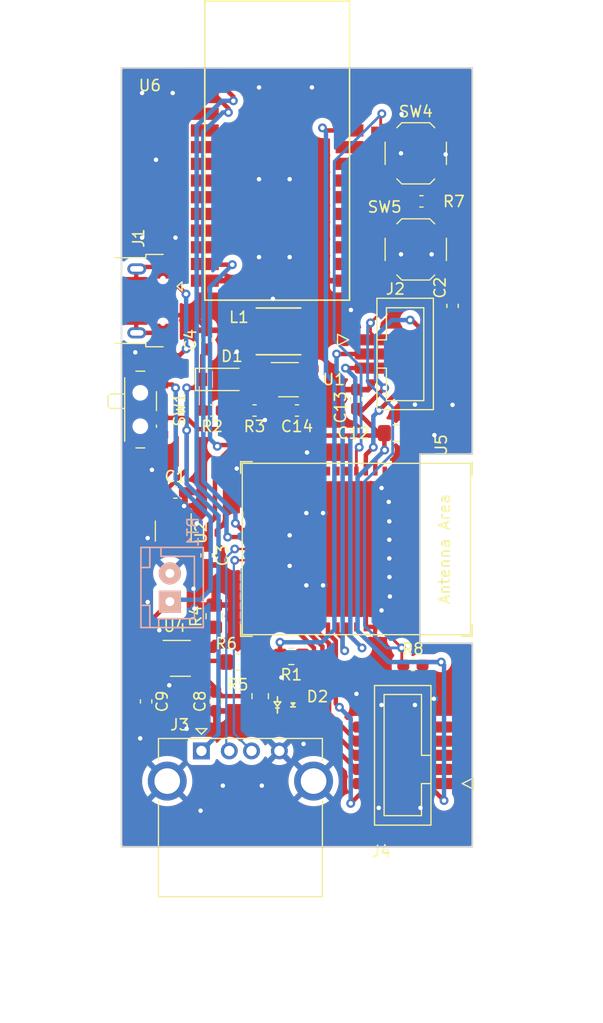
<source format=kicad_pcb>
(kicad_pcb (version 20221018) (generator pcbnew)
  (layers (0 "F.Cu" signal) (31 "B.Cu" signal) (34 "B.Paste" user) (35 "F.Paste" user) (36 "B.SilkS" user "B.Silkscreen") (37 "F.SilkS" user "F.Silkscreen") (38 "B.Mask" user) (39 "F.Mask" user) (44 "Edge.Cuts" user))
  (net 0 "")
  (net 1 "BatteryPower")
  (net 2 "GND")
  (net 3 "SelectedPower")
  (net 4 "VBUSOut")
  (net 5 "ENABLE")
  (net 6 "3_3V")
  (net 7 "Net-(D1-A)")
  (net 8 "Net-(D2-A1)")
  (net 9 "Net-(D2-K2)")
  (net 11 "VBUS")
  (net 14 "/MCU/U0TXD")
  (net 15 "/MCU/U0RXD")
  (net 16 "BOOT")
  (net 17 "/MCU/USB_D-")
  (net 18 "/MCU/USB_D+")
  (net 19 "/MCU/TMS")
  (net 20 "/MCU/TCK")
  (net 21 "/MCU/TDO")
  (net 22 "/MCU/TDI")
  (net 23 "unconnected-(J1-Shield-Pad6)")
  (net 25 "Net-(U1-FB)")
  (net 26 "Net-(R7-Pad2)")
  (net 27 "Net-(U4-PROG)")
  (net 28 "Net-(U5-GPIO1{slash}TOUCH1{slash}ADC1_CH0)")
  (net 45 "/MCU/U1TXD")
  (net 46 "/MCU/U1RXD")
  (net 51 "LED")
  (net 53 "Net-(R5-Pad1)")
  (net 54 "CEN")
  (footprint "WiRoc:LED_Dual_1.7_1.6" (layer "F.Cu") (at 120.752 92.22 90)
    (fp_text reference "D2")
    (fp_text value "LED_DUAL_ACCA")
  )
  (footprint "Resistor_SMD:R_0805_2012Metric_Pad1.20x1.40mm_HandSolder" (layer "F.Cu") (at 117.856 91.456 -90)
    (fp_text reference "R5")
    (fp_text value "470")
  )
  (footprint "Resistor_SMD:R_0805_2012Metric_Pad1.20x1.40mm_HandSolder" (layer "F.Cu") (at 115.824 88.392)
    (fp_text reference "R6")
    (fp_text value "470")
  )
  (footprint "Capacitor_SMD:C_0603_1608Metric_Pad1.08x0.95mm_HandSolder" (layer "F.Cu") (at 110.236 73.152)
    (fp_text reference "C1")
    (fp_text value "1uF")
  )
  (footprint "Capacitor_SMD:C_0603_1608Metric_Pad1.08x0.95mm_HandSolder" (layer "F.Cu") (at 113.0452 78.80956 -90)
    (fp_text reference "C3")
    (fp_text value "1uF")
  )
  (footprint "Capacitor_SMD:C_0603_1608Metric_Pad1.08x0.95mm_HandSolder" (layer "F.Cu") (at 113.87328 91.92652 90)
    (fp_text reference "C8")
    (fp_text value "10uF")
  )
  (footprint "Capacitor_SMD:C_0603_1608Metric_Pad1.08x0.95mm_HandSolder" (layer "F.Cu") (at 107.60964 91.9316 -90)
    (fp_text reference "C9")
    (fp_text value "10uF")
  )
  (footprint "WiRoc:USB_Micro-B_Horizontal" (layer "F.Cu") (at 107.52064 55.93268 -90)
    (fp_text reference "J1")
    (fp_text value "USB_B_Micro")
  )
  (footprint "Resistor_SMD:R_0805_2012Metric_Pad1.20x1.40mm_HandSolder" (layer "F.Cu") (at 113.73104 84.27096 90)
    (fp_text reference "R4")
    (fp_text value "2K")
  )
  (footprint "Button_Switch_SMD:SW_SPDT_PCM12" (layer "F.Cu") (at 107.4166 65.69836 -90)
    (fp_text reference "SW1")
    (fp_text value "SW_SPDT")
  )
  (footprint "Package_TO_SOT_SMD:SOT-23-5" (layer "F.Cu") (at 110.048 76.624 -90)
    (fp_text reference "U2")
    (fp_text value "LN1134A332MR-G")
  )
  (footprint "Package_TO_SOT_SMD:SOT-23-5" (layer "F.Cu") (at 110.68812 88.06064)
    (fp_text reference "U4")
    (fp_text value "LP4054HB5F")
  )
  (footprint "Resistor_SMD:R_0805_2012Metric_Pad1.20x1.40mm_HandSolder" (layer "F.Cu") (at 120.65 87.884 180)
    (fp_text reference "R1")
    (fp_text value "470")
  )
  (footprint "Espressif:ESP32-S3-MINI-1" (layer "F.Cu") (at 123.942 78.232 -90)
    (fp_text reference "U5")
    (fp_text value "ESP32-S3-MINI-1")
  )
  (footprint "Diode_SMD:D_SOD-123" (layer "F.Cu") (at 114.3 62.992)
    (fp_text reference "D1")
    (fp_text value "IN5819")
  )
  (footprint "WiRoc:IDC-Header_2x05_P1.27mm_Vertical_SMD" (layer "F.Cu") (at 133.096 99.314 180)
    (fp_text reference "J4")
    (fp_text value "Conn_02x05_Odd_Even")
  )
  (footprint "Capacitor_SMD:C_0603_1608Metric_Pad1.08x0.95mm_HandSolder" (layer "F.Cu") (at 131.572 88.646)
    (fp_text reference "R8")
    (fp_text value "24K-1%")
  )
  (footprint "WiRoc:IDC-Header_2x03_P1.27mm_Vertical_SMD" (layer "F.Cu") (at 128.432 59.436)
    (fp_text reference "J2")
    (fp_text value "Conn_02x03_Odd_Even")
  )
  (footprint "Capacitor_SMD:C_0603_1608Metric_Pad1.08x0.95mm_HandSolder" (layer "F.Cu") (at 121.158 65.786 180)
    (fp_text reference "C14")
    (fp_text value "10uF")
  )
  (footprint "Button_Switch_SMD:SW_SPST_TL3342" (layer "F.Cu") (at 131.826 42.672)
    (fp_text reference "SW4")
    (fp_text value "SW_Push")
  )
  (footprint "Package_TO_SOT_SMD:TSOT-23-6_HandSoldering" (layer "F.Cu") (at 120.396 62.992)
    (fp_text reference "U1")
    (fp_text value "LP6226_SY7208")
  )
  (footprint "Capacitor_SMD:C_0805_2012Metric_Pad1.18x1.45mm_HandSolder" (layer "F.Cu") (at 130.048 67.818)
    (fp_text reference "C12")
    (fp_text value "0.1uF/50V(10%)")
  )
  (footprint "WiRoc:HC-02" (layer "F.Cu") (at 119.38 36.118)
    (fp_text reference "U6")
    (fp_text value "HC-02")
  )
  (footprint "Capacitor_SMD:C_0603_1608Metric_Pad1.08x0.95mm_HandSolder" (layer "F.Cu") (at 117.348 65.786 180)
    (fp_text reference "R3")
    (fp_text value "24K-1%")
  )
  (footprint "Connector_USB:USB_A_CONNFLY_DS1095-WNR0" (layer "F.Cu") (at 112.578 96.3805)
    (fp_text reference "J3")
    (fp_text value "USB_A")
  )
  (footprint "Button_Switch_SMD:SW_SPST_TL3342" (layer "F.Cu") (at 131.826 51.308)
    (fp_text reference "SW5")
    (fp_text value "SW_Push")
  )
  (footprint "Capacitor_SMD:C_0603_1608Metric_Pad1.08x0.95mm_HandSolder" (layer "F.Cu") (at 135.128 56.388 90)
    (fp_text reference "C2")
    (fp_text value "1uF")
  )
  (footprint "Capacitor_SMD:C_0603_1608Metric_Pad1.08x0.95mm_HandSolder" (layer "F.Cu") (at 132.334 46.99 180)
    (fp_text reference "R7")
    (fp_text value "24K-1%")
  )
  (footprint "Capacitor_SMD:C_0603_1608Metric_Pad1.08x0.95mm_HandSolder" (layer "F.Cu") (at 126.492 64.77 90)
    (fp_text reference "C13")
    (fp_text value "10uF")
  )
  (footprint "WiRoc:Inductor_SLW4018" (layer "F.Cu") (at 119.5 58.674 180)
    (fp_text reference "L1")
    (fp_text value "2.2uH-DCR<0.1R-1.5A")
  )
  (footprint "Capacitor_SMD:C_0603_1608Metric_Pad1.08x0.95mm_HandSolder" (layer "F.Cu") (at 113.03 59.436 90)
    (fp_text reference "C4")
    (fp_text value "10uF")
  )
  (footprint "Capacitor_SMD:C_0603_1608Metric_Pad1.08x0.95mm_HandSolder" (layer "F.Cu") (at 113.538 65.786 180)
    (fp_text reference "R2")
    (fp_text value "200K-1%")
  )
  (footprint "WiRoc:JST_2.56" (layer "B.Cu") (at 109.74324 81.69148 90)
    (fp_text reference "BT1")
    (fp_text value "Battery_Cell")
  )
  (gr_line (start 105.4 105) (end 136.9 105) (stroke (width 0.15)) (layer "Edge.Cuts"))
  (gr_line (start 136.9 35) (end 136.9 69.7) (stroke (width 0.15)) (layer "Edge.Cuts"))
  (gr_line (start 105.4 35) (end 105.4 105) (stroke (width 0.15)) (layer "Edge.Cuts"))
  (gr_line (start 136.9 105) (end 136.9 86.7) (stroke (width 0.15)) (layer "Edge.Cuts"))
  (gr_line (start 132.2 69.7) (end 132.2 86.7) (stroke (width 0.15)) (layer "Edge.Cuts"))
  (gr_line (start 132.2 86.7) (end 136.9 86.7) (stroke (width 0.15)) (layer "Edge.Cuts"))
  (gr_line (start 105.4 35) (end 136.9 35) (stroke (width 0.15)) (layer "Edge.Cuts"))
  (gr_line (start 132.2 69.7) (end 136.9 69.7) (stroke (width 0.15)) (layer "Edge.Cuts"))
  (segment (start 107.60964 90.8941) (end 107.70466 90.8941) (width 0.4) (layer "F.Cu") (net 1))
  (segment (start 109.946857 63.44836) (end 108.8466 63.44836) (width 0.4) (layer "F.Cu") (net 1))
  (segment (start 109.74324 82.96148) (end 107.12704 85.57768) (width 0.4) (layer "F.Cu") (net 1))
  (segment (start 110.252497 63.754) (end 109.946857 63.44836) (width 0.4) (layer "F.Cu") (net 1))
  (segment (start 107.12704 90.4115) (end 107.60964 90.8941) (width 0.4) (layer "F.Cu") (net 1))
  (segment (start 107.12704 85.57768) (end 107.12704 90.4115) (width 0.4) (layer "F.Cu") (net 1))
  (segment (start 107.70466 90.8941) (end 109.58812 89.01064) (width 0.4) (layer "F.Cu") (net 1))
  (via (at 110.252497 63.754) (size 0.8) (drill 0.4) (layers "F.Cu" "B.Cu") (net 1))
  (segment (start 110.269481 63.770984) (end 110.269481 72.256537) (width 0.4) (layer "B.Cu") (net 1))
  (segment (start 109.91472 82.79) (end 109.74324 82.96148) (width 0.4) (layer "B.Cu") (net 1))
  (segment (start 113.41 75.397056) (end 113.41 81.86) (width 0.4) (layer "B.Cu") (net 1))
  (segment (start 112.48 82.79) (end 109.91472 82.79) (width 0.4) (layer "B.Cu") (net 1))
  (segment (start 110.269481 72.256537) (end 113.41 75.397056) (width 0.4) (layer "B.Cu") (net 1))
  (segment (start 113.41 81.86) (end 112.48 82.79) (width 0.4) (layer "B.Cu") (net 1))
  (segment (start 110.252497 63.754) (end 110.269481 63.770984) (width 0.4) (layer "B.Cu") (net 1))
  (segment (start 119.861 62.992) (end 120.383 63.514) (width 0.4) (layer "F.Cu") (net 2))
  (segment (start 118.2605 65.786) (end 118.2605 66.621) (width 0.4) (layer "F.Cu") (net 2))
  (segment (start 110.048 74.594) (end 110.048 75.524) (width 0.4) (layer "F.Cu") (net 2))
  (segment (start 120.106 62.972) (end 120.106 61.106) (width 0.4) (layer "F.Cu") (net 2))
  (segment (start 120.106 61.106) (end 119.5 60.5) (width 0.4) (layer "F.Cu") (net 2))
  (segment (start 133.258 60.706) (end 135.007239 60.706) (width 0.4) (layer "F.Cu") (net 2))
  (segment (start 118.2605 66.621) (end 118.28 66.6405) (width 0.4) (layer "F.Cu") (net 2))
  (segment (start 135.007239 60.706) (end 135.95 59.763239) (width 0.4) (layer "F.Cu") (net 2))
  (segment (start 111.844179 57.212679) (end 109.28564 57.212679) (width 0.4) (layer "F.Cu") (net 2))
  (segment (start 111.02 74.37) (end 110.272 74.37) (width 0.4) (layer "F.Cu") (net 2))
  (segment (start 120.383 63.514) (end 120.383 65.786) (width 0.4) (layer "F.Cu") (net 2))
  (segment (start 110.272 74.37) (end 110.048 74.594) (width 0.4) (layer "F.Cu") (net 2))
  (segment (start 113.03 58.3985) (end 111.844179 57.212679) (width 0.4) (layer "F.Cu") (net 2))
  (segment (start 135.95 58.2475) (end 135.128 57.4255) (width 0.4) (layer "F.Cu") (net 2))
  (segment (start 108.65812 88.06064) (end 108.62372 88.02624) (width 0.4) (layer "F.Cu") (net 2))
  (segment (start 109.58812 88.06064) (end 108.65812 88.06064) (width 0.4) (layer "F.Cu") (net 2))
  (segment (start 111.02 73.4055) (end 111.2735 73.152) (width 0.4) (layer "F.Cu") (net 2))
  (segment (start 118.686 62.992) (end 119.861 62.992) (width 0.4) (layer "F.Cu") (net 2))
  (segment (start 118.2605 65.786) (end 120.383 65.786) (width 0.4) (layer "F.Cu") (net 2))
  (segment (start 135.95 59.763239) (end 135.95 58.2475) (width 0.4) (layer "F.Cu") (net 2))
  (segment (start 118.686 62.992) (end 120.086 62.992) (width 0.4) (layer "F.Cu") (net 2))
  (segment (start 111.02 74.37) (end 111.02 73.4055) (width 0.4) (layer "F.Cu") (net 2))
  (segment (start 120.086 62.992) (end 120.106 62.972) (width 0.4) (layer "F.Cu") (net 2))
  (via (at 134.50824 42.76852) (size 0.8) (drill 0.4) (layers "F.Cu" "B.Cu") (net 2))
  (via (at 135.128 65.278) (size 0.8) (drill 0.4) (layers "F.Cu" "B.Cu") (net 2))
  (via (at 133.4516 91.694) (size 0.8) (drill 0.4) (layers "F.Cu" "B.Cu") (net 2))
  (via (at 131.75 92.25) (size 0.8) (drill 0.4) (layers "F.Cu" "B.Cu") (net 2))
  (via (at 111.25 94.39) (size 0.8) (drill 0.4) (layers "F.Cu" "B.Cu") (net 2))
  (via (at 111.95 83.59) (size 0.8) (drill 0.4) (layers "F.Cu" "B.Cu") (net 2))
  (via (at 115.75 71) (size 0.8) (drill 0.4) (layers "F.Cu" "B.Cu") (net 2))
  (via (at 108.13288 71.12) (size 0.8) (drill 0.4) (layers "F.Cu" "B.Cu") (net 2))
  (via (at 107.08 95.25) (size 0.8) (drill 0.4) (layers "F.Cu" "B.Cu") (net 2))
  (via (at 108.79328 85.53196) (size 0.8) (drill 0.4) (layers "F.Cu" "B.Cu") (net 2))
  (via (at 129.46 80.75) (size 0.8) (drill 0.4) (layers "F.Cu" "B.Cu") (net 2))
  (via (at 129.45 79.08) (size 0.8) (drill 0.4) (layers "F.Cu" "B.Cu") (net 2))
  (via (at 119 55.75) (size 0.8) (drill 0.4) (layers "F.Cu" "B.Cu") (net 2))
  (via (at 112.5 101.75) (size 0.8) (drill 0.4) (layers "F.Cu" "B.Cu") (net 2))
  (via (at 132.25 101.5) (size 0.8) (drill 0.4) (layers "F.Cu" "B.Cu") (net 2))
  (via (at 112.16 75.93) (size 0.8) (drill 0.4) (layers "F.Cu" "B.Cu") (net 2))
  (via (at 111.02 74.37) (size 0.8) (drill 0.4) (layers "F.Cu" "B.Cu") (net 2))
  (via (at 129.45 75.75) (size 0.8) (drill 0.4) (layers "F.Cu" "B.Cu") (net 2))
  (via (at 110 37.25) (size 0.8) (drill 0.4) (layers "F.Cu" "B.Cu") (net 2))
  (via (at 126.5 91.25) (size 0.8) (drill 0.4) (layers "F.Cu" "B.Cu") (net 2))
  (via (at 122 75) (size 0.8) (drill 0.4) (layers "F.Cu" "B.Cu") (net 2))
  (via (at 128.75 92.25) (size 0.8) (drill 0.4) (layers "F.Cu" "B.Cu") (net 2))
  (via (at 130.5 42.672) (size 0.8) (drill 0.4) (layers "F.Cu" "B.Cu") (net 2))
  (via (at 133.25 51.75) (size 0.8) (drill 0.4) (layers "F.Cu" "B.Cu") (net 2))
  (via (at 117.75 45) (size 0.8) (drill 0.4) (layers "F.Cu" "B.Cu") (net 2))
  (via (at 121.75 95.75) (size 0.8) (drill 0.4) (layers "F.Cu" "B.Cu") (net 2))
  (via (at 128.5 101.5) (size 0.8) (drill 0.4) (layers "F.Cu" "B.Cu") (net 2))
  (via (at 115.75 60.5) (size 0.8) (drill 0.4) (layers "F.Cu" "B.Cu") (net 2))
  (via (at 130.5 51.75) (size 0.8) (drill 0.4) (layers "F.Cu" "B.Cu") (net 2))
  (via (at 106.64 60.56) (size 0.8) (drill 0.4) (layers "F.Cu" "B.Cu") (net 2))
  (via (at 120.5 52) (size 0.8) (drill 0.4) (layers "F.Cu" "B.Cu") (net 2))
  (via (at 111.86401 81.805296) (size 0.8) (drill 0.4) (layers "F.Cu" "B.Cu") (net 2))
  (via (at 107.25 50.25) (size 0.8) (drill 0.4) (layers "F.Cu" "B.Cu") (net 2))
  (via (at 117.75 52) (size 0.8) (drill 0.4) (layers "F.Cu" "B.Cu") (net 2))
  (via (at 129.5 82.5) (size 0.8) (drill 0.4) (layers "F.Cu" "B.Cu") (net 2))
  (via (at 128.75 83.75) (size 0.8) (drill 0.4) (layers "F.Cu" "B.Cu") (net 2))
  (via (at 128.75 72.75) (size 0.8) (drill 0.4) (layers "F.Cu" "B.Cu") (net 2))
  (via (at 120.5 79.75) (size 0.8) (drill 0.4) (layers "F.Cu" "B.Cu") (net 2))
  (via (at 123.5 75) (size 0.8) (drill 0.4) (layers "F.Cu" "B.Cu") (net 2))
  (via (at 110.25 50.25) (size 0.8) (drill 0.4) (layers "F.Cu" "B.Cu") (net 2))
  (via (at 122 81.5) (size 0.8) (drill 0.4) (layers "F.Cu" "B.Cu") (net 2))
  (via (at 118 99.5) (size 0.8) (drill 0.4) (layers "F.Cu" "B.Cu") (net 2))
  (via (at 129.45 77.4) (size 0.8) (drill 0.4) (layers "F.Cu" "B.Cu") (net 2))
  (via (at 120.5 45) (size 0.8) (drill 0.4) (layers "F.Cu" "B.Cu") (net 2))
  (via (at 119.76 89.78) (size 0.8) (drill 0.4) (layers "F.Cu" "B.Cu") (net 2))
  (via (at 122.5 36.75) (size 0.8) (drill 0.4) (layers "F.Cu" "B.Cu") (net 2))
  (via (at 133.5 68) (size 0.8) (drill 0.4) (layers "F.Cu" "B.Cu") (net 2))
  (via (at 118.28 66.6405) (size 0.8) (drill 0.4) (layers "F.Cu" "B.Cu") (net 2))
  (via (at 108.5 43.25) (size 0.8) (drill 0.4) (layers "F.Cu" "B.Cu") (net 2))
  (via (at 131.75 65.25) (size 0.8) (drill 0.4) (layers "F.Cu" "B.Cu") (net 2))
  (via (at 129.4 74) (size 0.8) (drill 0.4) (layers "F.Cu" "B.Cu") (net 2))
  (via (at 126 56.75) (size 0.8) (drill 0.4) (layers "F.Cu" "B.Cu") (net 2))
  (via (at 109.69 90.48) (size 0.8) (drill 0.4) (layers "F.Cu" "B.Cu") (net 2))
  (via (at 122.06 69.56) (size 0.8) (drill 0.4) (layers "F.Cu" "B.Cu") (net 2))
  (via (at 107.75 83) (size 0.8) (drill 0.4) (layers "F.Cu" "B.Cu") (net 2))
  (via (at 107.25 37.25) (size 0.8) (drill 0.4) (layers "F.Cu" "B.Cu") (net 2))
  (via (at 117.75 36.75) (size 0.8) (drill 0.4) (layers "F.Cu" "B.Cu") (net 2))
  (via (at 107.75 77.25) (size 0.8) (drill 0.4) (layers "F.Cu" "B.Cu") (net 2))
  (via (at 120.5 77) (size 0.8) (drill 0.4) (layers "F.Cu" "B.Cu") (net 2))
  (via (at 123.5 81.5) (size 0.8) (drill 0.4) (layers "F.Cu" "B.Cu") (net 2))
  (via (at 130.55092 39.15156) (size 0.8) (drill 0.4) (layers "F.Cu" "B.Cu") (net 2))
  (via (at 114.5 99.5) (size 0.8) (drill 0.4) (layers "F.Cu" "B.Cu") (net 2))
  (segment (start 120.706 58.968) (end 120.706 62.794) (width 0.4) (layer "F.Cu") (net 3))
  (segment (start 120.279 67.44) (end 121.933 65.786) (width 0.4) (layer "F.Cu") (net 3))
  (segment (start 116.115472 67.44) (end 120.279 67.44) (width 0.4) (layer "F.Cu") (net 3))
  (segment (start 108.93804 66.45356) (end 111.272931 66.45356) (width 0.4) (layer "F.Cu") (net 3))
  (segment (start 121 58.674) (end 120.706 58.968) (width 0.4) (layer "F.Cu") (net 3))
  (segment (start 111.272931 66.45356) (end 112.279371 67.46) (width 0.4) (layer "F.Cu") (net 3))
  (segment (start 120.706 62.794) (end 120.904 62.992) (width 0.4) (layer "F.Cu") (net 3))
  (segment (start 122.106 62.992) (end 122.106 63.942) (width 0.4) (layer "F.Cu") (net 3))
  (segment (start 121.933 65.786) (end 121.933 64.115) (width 0.4) (layer "F.Cu") (net 3))
  (segment (start 116.095472 67.46) (end 116.115472 67.44) (width 0.4) (layer "F.Cu") (net 3))
  (segment (start 121.933 64.115) (end 122.106 63.942) (width 0.4) (layer "F.Cu") (net 3))
  (segment (start 120.904 62.992) (end 122.106 62.992) (width 0.4) (layer "F.Cu") (net 3))
  (segment (start 112.279371 67.46) (end 116.095472 67.46) (width 0.4) (layer "F.Cu") (net 3))
  (segment (start 111.252 63.754) (end 111.888 63.754) (width 0.4) (layer "F.Cu") (net 4))
  (segment (start 111.888 63.754) (end 112.65 62.992) (width 0.4) (layer "F.Cu") (net 4))
  (segment (start 109.1985 75.4235) (end 109.098 75.524) (width 0.4) (layer "F.Cu") (net 4))
  (segment (start 109.1985 73.152) (end 111.252 71.0985) (width 0.4) (layer "F.Cu") (net 4))
  (segment (start 110.998 75.524) (end 110.998 76.002) (width 0.4) (layer "F.Cu") (net 4))
  (segment (start 111.252 71.0985) (end 111.252 67.564) (width 0.4) (layer "F.Cu") (net 4))
  (segment (start 112.6255 65.786) (end 112.6255 63.0165) (width 0.4) (layer "F.Cu") (net 4))
  (segment (start 112.6255 63.0165) (end 112.65 62.992) (width 0.4) (layer "F.Cu") (net 4))
  (segment (start 109.474 76.454) (end 109.098 76.078) (width 0.4) (layer "F.Cu") (net 4))
  (segment (start 110.998 76.002) (end 110.546 76.454) (width 0.4) (layer "F.Cu") (net 4))
  (segment (start 109.1985 73.152) (end 109.1985 75.4235) (width 0.4) (layer "F.Cu") (net 4))
  (segment (start 110.546 76.454) (end 109.474 76.454) (width 0.4) (layer "F.Cu") (net 4))
  (segment (start 112.65 60.8535) (end 113.03 60.4735) (width 0.4) (layer "F.Cu") (net 4))
  (segment (start 109.098 76.078) (end 109.098 75.524) (width 0.4) (layer "F.Cu") (net 4))
  (segment (start 112.65 62.992) (end 112.65 60.8535) (width 0.4) (layer "F.Cu") (net 4))
  (via (at 111.252 67.564) (size 0.8) (drill 0.4) (layers "F.Cu" "B.Cu") (net 4))
  (via (at 111.252 63.754) (size 0.8) (drill 0.4) (layers "F.Cu" "B.Cu") (net 4))
  (segment (start 114.11 94.8485) (end 114.11 75.248528) (width 0.4) (layer "B.Cu") (net 4))
  (segment (start 111.252 72.390528) (end 111.252 67.564) (width 0.4) (layer "B.Cu") (net 4))
  (segment (start 111.252 63.754) (end 111.252 67.564) (width 0.4) (layer "B.Cu") (net 4))
  (segment (start 114.11 75.248528) (end 111.252 72.390528) (width 0.4) (layer "B.Cu") (net 4))
  (segment (start 112.578 96.3805) (end 114.11 94.8485) (width 0.4) (layer "B.Cu") (net 4))
  (segment (start 134.976 55.1985) (end 135.128 55.3505) (width 0.25) (layer "F.Cu") (net 5))
  (segment (start 127.762 57.912) (end 128.676 56.998) (width 0.25) (layer "F.Cu") (net 5))
  (segment (start 130.556 87.122) (end 129.892 86.458) (width 0.25) (layer "F.Cu") (net 5))
  (segment (start 134.976 53.208) (end 134.976 55.1985) (width 0.25) (layer "F.Cu") (net 5))
  (segment (start 128.676 53.208) (end 134.976 53.208) (width 0.25) (layer "F.Cu") (net 5))
  (segment (start 130.572 88.646) (end 130.572 87.138) (width 0.25) (layer "F.Cu") (net 5))
  (segment (start 129.892 86.458) (end 129.892 85.232) (width 0.25) (layer "F.Cu") (net 5))
  (segment (start 128.676 56.998) (end 128.676 53.208) (width 0.25) (layer "F.Cu") (net 5))
  (segment (start 127.762 58.766) (end 128.432 59.436) (width 0.25) (layer "F.Cu") (net 5))
  (segment (start 127.762 57.912) (end 127.762 58.766) (width 0.25) (layer "F.Cu") (net 5))
  (segment (start 130.572 87.138) (end 130.556 87.122) (width 0.25) (layer "F.Cu") (net 5))
  (via (at 130.556 87.122) (size 0.8) (drill 0.4) (layers "F.Cu" "B.Cu") (net 5))
  (via (at 127.762 57.912) (size 0.8) (drill 0.4) (layers "F.Cu" "B.Cu") (net 5))
  (segment (start 127.22 72.179305) (end 129.757 69.642305) (width 0.25) (layer "B.Cu") (net 5))
  (segment (start 129.757 69.642305) (end 129.757 65.504305) (width 0.25) (layer "B.Cu") (net 5))
  (segment (start 127.5 63.247305) (end 127.5 58.174) (width 0.25) (layer "B.Cu") (net 5))
  (segment (start 129.212 87.122) (end 127.22 85.13) (width 0.25) (layer "B.Cu") (net 5))
  (segment (start 127.22 85.13) (end 127.22 72.179305) (width 0.25) (layer "B.Cu") (net 5))
  (segment (start 127.5 58.174) (end 127.762 57.912) (width 0.25) (layer "B.Cu") (net 5))
  (segment (start 129.757 65.504305) (end 127.5 63.247305) (width 0.25) (layer "B.Cu") (net 5))
  (segment (start 130.556 87.122) (end 129.212 87.122) (width 0.25) (layer "B.Cu") (net 5))
  (segment (start 112.942 52.68) (end 112.88 52.618) (width 0.4) (layer "F.Cu") (net 6))
  (segment (start 115.35 52.68) (end 112.942 52.68) (width 0.4) (layer "F.Cu") (net 6))
  (segment (start 115.45 68.89) (end 116.3 68.04) (width 0.4) (layer "F.Cu") (net 6))
  (segment (start 112.99714 77.724) (end 113.0452 77.77206) (width 0.4) (layer "F.Cu") (net 6))
  (segment (start 114.11 68.89) (end 115.45 68.89) (width 0.4) (layer "F.Cu") (net 6))
  (segment (start 133.096 99.314) (end 133.096 99.568) (width 0.4) (layer "F.Cu") (net 6))
  (segment (start 131.318 57.658) (end 131.48 57.658) (width 0.4) (layer "F.Cu") (net 6))
  (segment (start 129.032 69.342) (end 129.0105 69.3205) (width 0.4) (layer "F.Cu") (net 6))
  (segment (start 128.5025 67.818) (end 126.492 65.8075) (width 0.4) (layer "F.Cu") (net 6))
  (segment (start 128.192 70.182) (end 129.032 69.342) (width 0.4) (layer "F.Cu") (net 6))
  (segment (start 133.096 99.568) (end 134.366 100.838) (width 0.4) (layer "F.Cu") (net 6))
  (segment (start 114 69) (end 114.11 68.89) (width 0.4) (layer "F.Cu") (net 6))
  (segment (start 131.48 57.658) (end 133.258 59.436) (width 0.4) (layer "F.Cu") (net 6))
  (segment (start 116.3 68.04) (end 116.364 68.04) (width 0.4) (layer "F.Cu") (net 6))
  (segment (start 113.0452 77.77206) (end 113.0452 76.196971) (width 0.4) (layer "F.Cu") (net 6))
  (segment (start 116.364 68.04) (end 128.7885 68.04) (width 0.4) (layer "F.Cu") (net 6))
  (segment (start 134.112 88.392) (end 132.826 88.392) (width 0.4) (layer "F.Cu") (net 6))
  (segment (start 129.0105 69.3205) (end 129.0105 67.818) (width 0.4) (layer "F.Cu") (net 6))
  (segment (start 128.7885 68.04) (end 129.0105 67.818) (width 0.4) (layer "F.Cu") (net 6))
  (segment (start 132.826 88.392) (end 132.572 88.646) (width 0.4) (layer "F.Cu") (net 6))
  (segment (start 128.192 71.232) (end 128.192 70.182) (width 0.4) (layer "F.Cu") (net 6))
  (segment (start 113.792 70.612) (end 116.364 68.04) (width 0.4) (layer "F.Cu") (net 6))
  (segment (start 113.0452 76.196971) (end 113.792 75.450171) (width 0.4) (layer "F.Cu") (net 6))
  (segment (start 129.0105 67.818) (end 128.5025 67.818) (width 0.4) (layer "F.Cu") (net 6))
  (segment (start 126.9785 65.8075) (end 129.032 63.754) (width 0.4) (layer "F.Cu") (net 6))
  (segment (start 126.492 65.8075) (end 126.9785 65.8075) (width 0.4) (layer "F.Cu") (net 6))
  (segment (start 110.998 77.724) (end 112.99714 77.724) (width 0.4) (layer "F.Cu") (net 6))
  (segment (start 113.792 75.450171) (end 113.792 70.612) (width 0.4) (layer "F.Cu") (net 6))
  (via (at 131.318 57.658) (size 0.8) (drill 0.4) (layers "F.Cu" "B.Cu") (net 6))
  (via (at 134.366 100.838) (size 0.8) (drill 0.4) (layers "F.Cu" "B.Cu") (net 6))
  (via (at 134.112 88.392) (size 0.8) (drill 0.4) (layers "F.Cu" "B.Cu") (net 6))
  (via (at 115.35 52.68) (size 0.8) (drill 0.4) (layers "F.Cu" "B.Cu") (net 6))
  (via (at 129.032 63.754) (size 0.8) (drill 0.4) (layers "F.Cu" "B.Cu") (net 6))
  (via (at 114 69) (size 0.8) (drill 0.4) (layers "F.Cu" "B.Cu") (net 6))
  (via (at 129.032 69.342) (size 0.8) (drill 0.4) (layers "F.Cu" "B.Cu") (net 6))
  (segment (start 129.401371 88.392) (end 134.112 88.392) (width 0.4) (layer "B.Cu") (net 6))
  (segment (start 113.35 54.68) (end 115.35 52.68) (width 0.4) (layer "B.Cu") (net 6))
  (segment (start 129.032 69.342) (end 126.6 71.774) (width 0.4) (layer "B.Cu") (net 6))
  (segment (start 114 69) (end 113.35 68.35) (width 0.4) (layer "B.Cu") (net 6))
  (segment (start 129.032 63.754) (end 128.25 62.972) (width 0.4) (layer "B.Cu") (net 6))
  (segment (start 134.366 88.646) (end 134.112 88.392) (width 0.4) (layer "B.Cu") (net 6))
  (segment (start 126.6 85.590629) (end 129.401371 88.392) (width 0.4) (layer "B.Cu") (net 6))
  (segment (start 113.35 68.35) (end 113.35 54.68) (width 0.4) (layer "B.Cu") (net 6))
  (segment (start 134.366 100.838) (end 134.366 88.646) (width 0.4) (layer "B.Cu") (net 6))
  (segment (start 129.692 57.658) (end 131.318 57.658) (width 0.4) (layer "B.Cu") (net 6))
  (segment (start 126.6 71.774) (end 126.6 85.590629) (width 0.4) (layer "B.Cu") (net 6))
  (segment (start 128.25 59.1) (end 129.692 57.658) (width 0.4) (layer "B.Cu") (net 6))
  (segment (start 128.25 62.972) (end 128.25 59.1) (width 0.4) (layer "B.Cu") (net 6))
  (segment (start 116.9 62.042) (end 115.95 62.992) (width 0.4) (layer "F.Cu") (net 7))
  (segment (start 118.686 62.042) (end 118 61.356) (width 0.4) (layer "F.Cu") (net 7))
  (segment (start 118 61.356) (end 118 58.674) (width 0.4) (layer "F.Cu") (net 7))
  (segment (start 118.686 62.042) (end 116.9 62.042) (width 0.4) (layer "F.Cu") (net 7))
  (segment (start 121.342 88.217) (end 121.675 87.884) (width 0.4) (layer "F.Cu") (net 8))
  (segment (start 121.342 91.42) (end 121.342 88.217) (width 0.4) (layer "F.Cu") (net 8))
  (segment (start 120.162 93.02) (end 118.42 93.02) (width 0.4) (layer "F.Cu") (net 9))
  (segment (start 118.42 93.02) (end 117.856 92.456) (width 0.4) (layer "F.Cu") (net 9))
  (segment (start 111.78812 89.01064) (end 112.12464 89.01064) (width 0.4) (layer "F.Cu") (net 11))
  (segment (start 107.04068 62.614282) (end 107.04068 61.52768) (width 0.4) (layer "F.Cu") (net 11))
  (segment (start 107.78804 67.95356) (end 108.93804 67.95356) (width 0.4) (layer "F.Cu") (net 11))
  (segment (start 106.75 94.25) (end 106.426 93.926) (width 0.4) (layer "F.Cu") (net 11))
  (segment (start 110.51064 54.64064) (end 111.19 55.32) (width 0.4) (layer "F.Cu") (net 11))
  (segment (start 106.426 70.60896) (end 106.7866 70.24836) (width 0.4) (layer "F.Cu") (net 11))
  (segment (start 120.126 91.456) (end 120.162 91.42) (width 0.4) (layer "F.Cu") (net 11))
  (segment (start 111.78812 89.01064) (end 111.78812 90.96188) (width 0.4) (layer "F.Cu") (net 11))
  (segment (start 113.87328 90.88902) (end 114.44026 91.456) (width 0.4) (layer "F.Cu") (net 11))
  (segment (start 106.06024 67.669636) (end 106.06024 63.594722) (width 0.4) (layer "F.Cu") (net 11))
  (segment (start 106.7866 70.24836) (end 106.7866 68.955) (width 0.4) (layer "F.Cu") (net 11))
  (segment (start 106.06024 63.594722) (end 107.04068 62.614282) (width 0.4) (layer "F.Cu") (net 11))
  (segment (start 107.7468 60.82156) (end 110.62844 60.82156) (width 0.4) (layer "F.Cu") (net 11))
  (segment (start 107.26928 68.47232) (end 107.78804 67.95356) (width 0.4) (layer "F.Cu") (net 11))
  (segment (start 114.44026 91.456) (end 120.126 91.456) (width 0.4) (layer "F.Cu") (net 11))
  (segment (start 106.862924 68.47232) (end 106.06024 67.669636) (width 0.4) (layer "F.Cu") (net 11))
  (segment (start 110.62844 60.82156) (end 111.205 60.245) (width 0.4) (layer "F.Cu") (net 11))
  (segment (start 107.04068 61.52768) (end 107.7468 60.82156) (width 0.4) (layer "F.Cu") (net 11))
  (segment (start 107.26928 68.47232) (end 106.862924 68.47232) (width 0.4) (layer "F.Cu") (net 11))
  (segment (start 113.87328 90.75928) (end 113.87328 90.90152) (width 0.4) (layer "F.Cu") (net 11))
  (segment (start 110.51064 54.63268) (end 109.28564 54.63268) (width 0.4) (layer "F.Cu") (net 11))
  (segment (start 106.426 93.926) (end 106.426 70.60896) (width 0.4) (layer "F.Cu") (net 11))
  (segment (start 110.51064 54.63268) (end 110.51064 54.64064) (width 0.4) (layer "F.Cu") (net 11))
  (segment (start 106.7866 68.955) (end 107.26928 68.47232) (width 0.4) (layer "F.Cu") (net 11))
  (segment (start 108.5 94.25) (end 106.75 94.25) (width 0.4) (layer "F.Cu") (net 11))
  (segment (start 111.78812 90.96188) (end 108.5 94.25) (width 0.4) (layer "F.Cu") (net 11))
  (segment (start 112.12464 89.01064) (end 113.87328 90.75928) (width 0.4) (layer "F.Cu") (net 11))
  (via (at 111.205 60.245) (size 0.8) (drill 0.4) (layers "F.Cu" "B.Cu") (net 11))
  (via (at 111.19 55.32) (size 0.8) (drill 0.4) (layers "F.Cu" "B.Cu") (net 11))
  (segment (start 111.19 55.32) (end 111.205 55.335) (width 0.4) (layer "B.Cu") (net 11))
  (segment (start 111.205 55.335) (end 111.205 60.245) (width 0.4) (layer "B.Cu") (net 11))
  (segment (start 124.714 60.706) (end 128.432 60.706) (width 0.4) (layer "F.Cu") (net 14))
  (segment (start 125.244 87.122) (end 125.244 87.1765) (width 0.4) (layer "F.Cu") (net 14))
  (segment (start 124.792 85.232) (end 124.792 85.784944) (width 0.4) (layer "F.Cu") (net 14))
  (segment (start 124.792 85.784944) (end 125.244 86.236944) (width 0.4) (layer "F.Cu") (net 14))
  (segment (start 125.244 87.1765) (end 125.4435 87.376) (width 0.4) (layer "F.Cu") (net 14))
  (segment (start 125.244 86.236944) (end 125.244 87.122) (width 0.4) (layer "F.Cu") (net 14))
  (via (at 125.4435 87.376) (size 0.8) (drill 0.4) (layers "F.Cu" "B.Cu") (net 14))
  (via (at 124.714 60.706) (size 0.8) (drill 0.4) (layers "F.Cu" "B.Cu") (net 14))
  (segment (start 125.26 62.853871) (end 125.26 87.1925) (width 0.4) (layer "B.Cu") (net 14))
  (segment (start 124.714 62.307871) (end 125.26 62.853871) (width 0.4) (layer "B.Cu") (net 14))
  (segment (start 125.26 87.1925) (end 125.4435 87.376) (width 0.4) (layer "B.Cu") (net 14))
  (segment (start 124.714 60.706) (end 124.714 62.307871) (width 0.4) (layer "B.Cu") (net 14))
  (segment (start 125.5135 61.976) (end 128.432 61.976) (width 0.4) (layer "F.Cu") (net 15))
  (segment (start 125.642 85.232) (end 125.642 85.764) (width 0.4) (layer "F.Cu") (net 15))
  (segment (start 125.642 85.764) (end 127 87.122) (width 0.4) (layer "F.Cu") (net 15))
  (via (at 125.5135 61.976) (size 0.8) (drill 0.4) (layers "F.Cu" "B.Cu") (net 15))
  (via (at 127 87.122) (size 0.8) (drill 0.4) (layers "F.Cu" "B.Cu") (net 15))
  (segment (start 126.39 62.8525) (end 125.5135 61.976) (width 0.4) (layer "B.Cu") (net 15))
  (segment (start 127 87.122) (end 125.946 86.068) (width 0.4) (layer "B.Cu") (net 15))
  (segment (start 125.946 86.068) (end 125.946 68.344) (width 0.4) (layer "B.Cu") (net 15))
  (segment (start 126.39 67.9) (end 126.39 62.8525) (width 0.4) (layer "B.Cu") (net 15))
  (segment (start 125.946 68.344) (end 126.39 67.9) (width 0.4) (layer "B.Cu") (net 15))
  (segment (start 128.016 69.088) (end 127.342 69.762) (width 0.4) (layer "F.Cu") (net 16))
  (segment (start 132.334 61.976) (end 128.524 65.786) (width 0.4) (layer "F.Cu") (net 16))
  (segment (start 133.258 61.976) (end 132.334 61.976) (width 0.4) (layer "F.Cu") (net 16))
  (segment (start 127.342 69.762) (end 127.342 71.232) (width 0.4) (layer "F.Cu") (net 16))
  (via (at 128.524 65.786) (size 0.8) (drill 0.4) (layers "F.Cu" "B.Cu") (net 16))
  (via (at 128.016 69.088) (size 0.8) (drill 0.4) (layers "F.Cu" "B.Cu") (net 16))
  (segment (start 128.016 69.088) (end 128.016 66.294) (width 0.4) (layer "B.Cu") (net 16))
  (segment (start 128.016 66.294) (end 128.524 65.786) (width 0.4) (layer "B.Cu") (net 16))
  (segment (start 115.57 78.232) (end 116.942 78.232) (width 0.2) (layer "F.Cu") (net 17))
  (via (at 115.57 78.232) (size 0.8) (drill 0.4) (layers "F.Cu" "B.Cu") (net 17))
  (segment (start 114.808 78.994) (end 115.57 78.232) (width 0.2) (layer "B.Cu") (net 17))
  (segment (start 114.808 96.1105) (end 114.808 78.994) (width 0.2) (layer "B.Cu") (net 17))
  (segment (start 115.078 96.3805) (end 114.808 96.1105) (width 0.2) (layer "B.Cu") (net 17))
  (segment (start 116.776 79.248) (end 116.942 79.082) (width 0.2) (layer "F.Cu") (net 18))
  (segment (start 115.57 79.248) (end 116.776 79.248) (width 0.2) (layer "F.Cu") (net 18))
  (via (at 115.57 79.248) (size 0.8) (drill 0.4) (layers "F.Cu" "B.Cu") (net 18))
  (segment (start 117.078 96.3805) (end 115.49 94.7925) (width 0.2) (layer "B.Cu") (net 18))
  (segment (start 115.49 94.7925) (end 115.49 79.328) (width 0.2) (layer "B.Cu") (net 18))
  (segment (start 115.49 79.328) (end 115.57 79.248) (width 0.2) (layer "B.Cu") (net 18))
  (segment (start 124.968 92.456) (end 124.644 92.132) (width 0.4) (layer "F.Cu") (net 19))
  (segment (start 128.27 99.314) (end 127.762 99.314) (width 0.4) (layer "F.Cu") (net 19))
  (segment (start 124.644 92.132) (end 124.644 86.485472) (width 0.4) (layer "F.Cu") (net 19))
  (segment (start 127.762 99.314) (end 125.984 101.092) (width 0.4) (layer "F.Cu") (net 19))
  (segment (start 123.942 85.783472) (end 123.942 85.232) (width 0.4) (layer "F.Cu") (net 19))
  (segment (start 124.644 86.485472) (end 123.942 85.783472) (width 0.4) (layer "F.Cu") (net 19))
  (via (at 124.968 92.456) (size 0.8) (drill 0.4) (layers "F.Cu" "B.Cu") (net 19))
  (via (at 125.984 101.092) (size 0.8) (drill 0.4) (layers "F.Cu" "B.Cu") (net 19))
  (segment (start 125.984 93.472) (end 125.984 101.092) (width 0.4) (layer "B.Cu") (net 19))
  (segment (start 124.968 92.456) (end 125.984 93.472) (width 0.4) (layer "B.Cu") (net 19))
  (segment (start 122.682 87.122) (end 121.392 85.832) (width 0.4) (layer "F.Cu") (net 20))
  (segment (start 128.27 98.044) (end 126.492 98.044) (width 0.4) (layer "F.Cu") (net 20))
  (segment (start 122.682 94.234) (end 122.682 87.122) (width 0.4) (layer "F.Cu") (net 20))
  (segment (start 121.392 85.832) (end 121.392 85.232) (width 0.4) (layer "F.Cu") (net 20))
  (segment (start 126.492 98.044) (end 122.682 94.234) (width 0.4) (layer "F.Cu") (net 20))
  (segment (start 123.444 86.982528) (end 122.242 85.780528) (width 0.4) (layer "F.Cu") (net 21))
  (segment (start 126.520761 96.774) (end 123.444 93.697239) (width 0.4) (layer "F.Cu") (net 21))
  (segment (start 128.27 96.774) (end 126.520761 96.774) (width 0.4) (layer "F.Cu") (net 21))
  (segment (start 123.444 93.697239) (end 123.444 86.982528) (width 0.4) (layer "F.Cu") (net 21))
  (segment (start 122.242 85.780528) (end 122.242 85.232) (width 0.4) (layer "F.Cu") (net 21))
  (segment (start 124.044 93.027239) (end 124.044 86.734) (width 0.4) (layer "F.Cu") (net 22))
  (segment (start 128.27 95.504) (end 126.520761 95.504) (width 0.4) (layer "F.Cu") (net 22))
  (segment (start 123.092 85.782) (end 123.092 85.232) (width 0.4) (layer "F.Cu") (net 22))
  (segment (start 124.044 86.734) (end 123.092 85.782) (width 0.4) (layer "F.Cu") (net 22))
  (segment (start 126.520761 95.504) (end 124.044 93.027239) (width 0.4) (layer "F.Cu") (net 22))
  (segment (start 106.72064 57.08268) (end 106.72064 58.75768) (width 0.4) (layer "F.Cu") (net 23))
  (segment (start 106.72064 54.78268) (end 106.72064 53.10768) (width 0.4) (layer "F.Cu") (net 23))
  (segment (start 106.94564 52.88268) (end 106.77064 53.05768) (width 0.4) (layer "F.Cu") (net 23))
  (segment (start 106.72064 53.10768) (end 106.77064 53.05768) (width 0.4) (layer "F.Cu") (net 23))
  (segment (start 106.77064 58.80768) (end 109.09564 58.80768) (width 0.4) (layer "F.Cu") (net 23))
  (segment (start 109.33564 52.88268) (end 106.94564 52.88268) (width 0.4) (layer "F.Cu") (net 23))
  (segment (start 109.09564 58.80768) (end 109.32064 59.03268) (width 0.4) (layer "F.Cu") (net 23))
  (segment (start 106.72064 54.78268) (end 106.72064 57.08268) (width 0.4) (layer "F.Cu") (net 23))
  (segment (start 106.72064 58.75768) (end 106.77064 58.80768) (width 0.4) (layer "F.Cu") (net 23))
  (segment (start 118.686 63.942) (end 118.2795 63.942) (width 0.4) (layer "F.Cu") (net 25))
  (segment (start 118.2795 63.942) (end 116.4355 65.786) (width 0.4) (layer "F.Cu") (net 25))
  (segment (start 114.4505 65.786) (end 116.4355 65.786) (width 0.4) (layer "F.Cu") (net 25))
  (segment (start 126.98 48.118) (end 128.108 46.99) (width 0.4) (layer "F.Cu") (net 26))
  (segment (start 125.88 48.118) (end 126.98 48.118) (width 0.4) (layer "F.Cu") (net 26))
  (segment (start 128.108 46.99) (end 131.334 46.99) (width 0.4) (layer "F.Cu") (net 26))
  (segment (start 111.91636 87.11064) (end 113.73104 85.29596) (width 0.4) (layer "F.Cu") (net 27))
  (segment (start 111.78812 87.11064) (end 111.91636 87.11064) (width 0.4) (layer "F.Cu") (net 27))
  (segment (start 128.676 40.772) (end 128.676 39.218) (width 0.25) (layer "F.Cu") (net 28))
  (segment (start 126.492 69.342) (end 126.746 69.088) (width 0.25) (layer "F.Cu") (net 28))
  (segment (start 134.976 40.772) (end 128.676 40.772) (width 0.25) (layer "F.Cu") (net 28))
  (segment (start 128.676 39.218) (end 128.778 39.116) (width 0.25) (layer "F.Cu") (net 28))
  (segment (start 126.492 71.232) (end 126.492 69.342) (width 0.25) (layer "F.Cu") (net 28))
  (via (at 128.778 39.116) (size 0.8) (drill 0.4) (layers "F.Cu" "B.Cu") (net 28))
  (via (at 126.746 69.088) (size 0.8) (drill 0.4) (layers "F.Cu" "B.Cu") (net 28))
  (segment (start 126.915 68.919) (end 126.915 61.881695) (width 0.25) (layer "B.Cu") (net 28))
  (segment (start 124.5 43.394) (end 128.778 39.116) (width 0.25) (layer "B.Cu") (net 28))
  (segment (start 126.746 69.088) (end 126.915 68.919) (width 0.25) (layer "B.Cu") (net 28))
  (segment (start 126.915 61.881695) (end 124.5 59.466695) (width 0.25) (layer "B.Cu") (net 28))
  (segment (start 124.5 59.466695) (end 124.5 43.394) (width 0.25) (layer "B.Cu") (net 28))
  (segment (start 115 38.638) (end 113.98 37.618) (width 0.4) (layer "F.Cu") (net 45))
  (segment (start 113.98 37.618) (end 112.88 37.618) (width 0.4) (layer "F.Cu") (net 45))
  (segment (start 115 39) (end 115 38.638) (width 0.4) (layer "F.Cu") (net 45))
  (segment (start 116.242 76.532) (end 115.63 75.92) (width 0.4) (layer "F.Cu") (net 45))
  (segment (start 116.942 76.532) (end 116.242 76.532) (width 0.4) (layer "F.Cu") (net 45))
  (via (at 115.63 75.92) (size 0.8) (drill 0.4) (layers "F.Cu" "B.Cu") (net 45))
  (via (at 115 39) (size 0.8) (drill 0.4) (layers "F.Cu" "B.Cu") (net 45))
  (segment (start 114.5 39) (end 112.75 40.75) (width 0.4) (layer "B.Cu") (net 45))
  (segment (start 112.75 72.151472) (end 115.63 75.031472) (width 0.4) (layer "B.Cu") (net 45))
  (segment (start 112.75 40.75) (end 112.75 72.151472) (width 0.4) (layer "B.Cu") (net 45))
  (segment (start 115 39) (end 114.5 39) (width 0.4) (layer "B.Cu") (net 45))
  (segment (start 115.63 75.031472) (end 115.63 75.92) (width 0.4) (layer "B.Cu") (net 45))
  (segment (start 114.93 77.16) (end 116.72 77.16) (width 0.4) (layer "F.Cu") (net 46))
  (segment (start 115.445814 37.583814) (end 113.98 36.118) (width 0.4) (layer "F.Cu") (net 46))
  (segment (start 116.72 77.16) (end 116.942 77.382) (width 0.4) (layer "F.Cu") (net 46))
  (segment (start 115.445814 37.95315) (end 115.445814 37.583814) (width 0.4) (layer "F.Cu") (net 46))
  (segment (start 113.98 36.118) (end 112.88 36.118) (width 0.4) (layer "F.Cu") (net 46))
  (via (at 115.445814 37.95315) (size 0.8) (drill 0.4) (layers "F.Cu" "B.Cu") (net 46))
  (via (at 114.93 77.16) (size 0.8) (drill 0.4) (layers "F.Cu" "B.Cu") (net 46))
  (segment (start 112.15 40.218629) (end 112.15 72.4) (width 0.4) (layer "B.Cu") (net 46))
  (segment (start 114.83 77.06) (end 114.93 77.16) (width 0.4) (layer "B.Cu") (net 46))
  (segment (start 112.15 72.4) (end 114.83 75.08) (width 0.4) (layer "B.Cu") (net 46))
  (segment (start 114.415479 37.95315) (end 112.15 40.218629) (width 0.4) (layer "B.Cu") (net 46))
  (segment (start 115.445814 37.95315) (end 114.415479 37.95315) (width 0.4) (layer "B.Cu") (net 46))
  (segment (start 114.83 75.08) (end 114.83 77.06) (width 0.4) (layer "B.Cu") (net 46))
  (segment (start 123.676 40.618) (end 123.444 40.386) (width 0.4) (layer "F.Cu") (net 51))
  (segment (start 119.634 86.614) (end 119.634 87.875) (width 0.4) (layer "F.Cu") (net 51))
  (segment (start 125.88 40.618) (end 123.676 40.618) (width 0.4) (layer "F.Cu") (net 51))
  (via (at 119.634 86.614) (size 0.8) (drill 0.4) (layers "F.Cu" "B.Cu") (net 51))
  (via (at 123.444 40.386) (size 0.8) (drill 0.4) (layers "F.Cu" "B.Cu") (net 51))
  (segment (start 123.76 62.51) (end 124.52 63.27) (width 0.4) (layer "B.Cu") (net 51))
  (segment (start 123.386 86.614) (end 119.634 86.614) (width 0.4) (layer "B.Cu") (net 51))
  (segment (start 123.76 40.702) (end 123.76 62.51) (width 0.4) (layer "B.Cu") (net 51))
  (segment (start 124.52 63.27) (end 124.52 85.48) (width 0.4) (layer "B.Cu") (net 51))
  (segment (start 123.444 40.386) (end 123.76 40.702) (width 0.4) (layer "B.Cu") (net 51))
  (segment (start 124.52 85.48) (end 123.386 86.614) (width 0.4) (layer "B.Cu") (net 51))
  (segment (start 117.856 89.424) (end 116.824 88.392) (width 0.4) (layer "F.Cu") (net 53))
  (segment (start 117.856 90.456) (end 117.856 89.424) (width 0.4) (layer "F.Cu") (net 53))
  (segment (start 110.13312 87.11064) (end 111.30812 88.28564) (width 0.4) (layer "F.Cu") (net 54))
  (segment (start 109.58812 87.11064) (end 110.13312 87.11064) (width 0.4) (layer "F.Cu") (net 54))
  (segment (start 114.71764 88.28564) (end 114.824 88.392) (width 0.4) (layer "F.Cu") (net 54))
  (segment (start 111.30812 88.28564) (end 114.71764 88.28564) (width 0.4) (layer "F.Cu") (net 54))
  (zone (net 2) (net_name "GND") (layer "F.Cu") (connect_pads (clearance 0.508)) (min_thickness 0.254) (fill yes (thermal_gap 0.508) (thermal_bridge_width 0.508))
    (polygon (pts (xy 94.488 29.464) (xy 146.20748 30.15488) (xy 148.65604 108.79836) (xy 95.29572 108.67644)))
  )
  (zone (net 2) (net_name "GND") (layer "B.Cu") (connect_pads (clearance 0.508)) (min_thickness 0.254) (fill yes (thermal_gap 0.508) (thermal_bridge_width 0.508))
    (polygon (pts (xy 99.57816 32.66948) (xy 141.097 33.0454) (xy 144.2466 118.29796) (xy 98.73996 120.84304)))
  )
)
</source>
